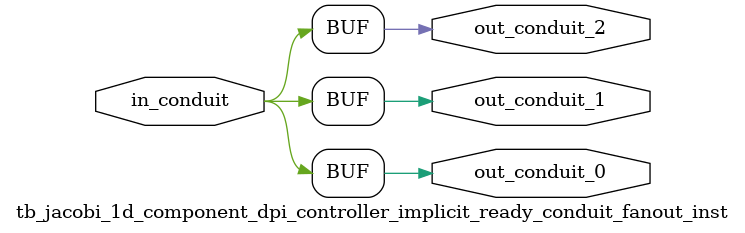
<source format=sv>


 


// --------------------------------------------------------------------------------
//| Avalon Conduit Fan-Out
// --------------------------------------------------------------------------------

// ------------------------------------------
// Generation parameters:
//   output_name:       tb_jacobi_1d_component_dpi_controller_implicit_ready_conduit_fanout_inst
//   numFanOut:         3
//   
// ------------------------------------------

module tb_jacobi_1d_component_dpi_controller_implicit_ready_conduit_fanout_inst (     

// Interface: out_conduit_0
 output                    out_conduit_0,
// Interface: out_conduit_1
 output                    out_conduit_1,
// Interface: out_conduit_2
 output                    out_conduit_2,

// Interface: in_conduit
 input                   in_conduit

);

   assign  out_conduit_0 = in_conduit;
   assign  out_conduit_1 = in_conduit;
   assign  out_conduit_2 = in_conduit;

endmodule //


</source>
